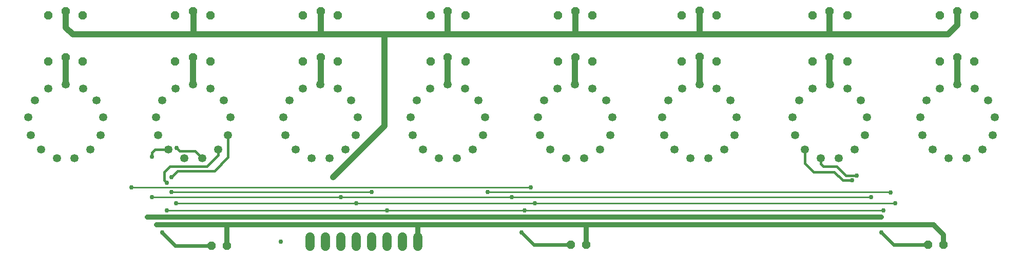
<source format=gbr>
G04 EAGLE Gerber RS-274X export*
G75*
%MOMM*%
%FSLAX34Y34*%
%LPD*%
%INBottom Copper*%
%IPPOS*%
%AMOC8*
5,1,8,0,0,1.08239X$1,22.5*%
G01*
%ADD10P,1.429621X8X22.500000*%
%ADD11C,1.524000*%
%ADD12C,1.348000*%
%ADD13P,1.429621X8X112.500000*%
%ADD14C,0.756400*%
%ADD15C,0.609600*%
%ADD16C,0.812800*%
%ADD17C,0.254000*%
%ADD18C,1.016000*%
%ADD19C,0.406400*%


D10*
X342900Y19050D03*
X368300Y19050D03*
X935990Y20320D03*
X961390Y20320D03*
X1525270Y20320D03*
X1550670Y20320D03*
D11*
X683260Y17780D02*
X683260Y33020D01*
X657860Y33020D02*
X657860Y17780D01*
X632460Y17780D02*
X632460Y33020D01*
X607060Y33020D02*
X607060Y17780D01*
X581660Y17780D02*
X581660Y33020D01*
X556260Y33020D02*
X556260Y17780D01*
X530860Y17780D02*
X530860Y33020D01*
X505460Y33020D02*
X505460Y17780D01*
D12*
X102616Y285673D03*
X73850Y278583D03*
X51674Y258937D03*
X41168Y231235D03*
X44739Y201824D03*
X61569Y177442D03*
X87803Y163673D03*
X117429Y163673D03*
X143663Y177442D03*
X160493Y201824D03*
X164064Y231235D03*
X153558Y258937D03*
X131382Y278583D03*
X312674Y285673D03*
X283908Y278583D03*
X261732Y258937D03*
X251226Y231235D03*
X254797Y201824D03*
X271627Y177442D03*
X297861Y163673D03*
X327487Y163673D03*
X353721Y177442D03*
X370551Y201824D03*
X374122Y231235D03*
X363616Y258937D03*
X341440Y278583D03*
X522732Y285673D03*
X493966Y278583D03*
X471790Y258937D03*
X461284Y231235D03*
X464855Y201824D03*
X481685Y177442D03*
X507919Y163673D03*
X537545Y163673D03*
X563779Y177442D03*
X580609Y201824D03*
X584180Y231235D03*
X573674Y258937D03*
X551498Y278583D03*
X732790Y285673D03*
X704024Y278583D03*
X681848Y258937D03*
X671342Y231235D03*
X674913Y201824D03*
X691743Y177442D03*
X717977Y163673D03*
X747603Y163673D03*
X773837Y177442D03*
X790667Y201824D03*
X794238Y231235D03*
X783732Y258937D03*
X761556Y278583D03*
X942848Y285673D03*
X914082Y278583D03*
X891906Y258937D03*
X881400Y231235D03*
X884971Y201824D03*
X901801Y177442D03*
X928035Y163673D03*
X957661Y163673D03*
X983895Y177442D03*
X1000725Y201824D03*
X1004296Y231235D03*
X993790Y258937D03*
X971614Y278583D03*
X1147826Y285673D03*
X1119060Y278583D03*
X1096884Y258937D03*
X1086378Y231235D03*
X1089949Y201824D03*
X1106779Y177442D03*
X1133013Y163673D03*
X1162639Y163673D03*
X1188873Y177442D03*
X1205703Y201824D03*
X1209274Y231235D03*
X1198768Y258937D03*
X1176592Y278583D03*
X1363218Y285673D03*
X1334452Y278583D03*
X1312276Y258937D03*
X1301770Y231235D03*
X1305341Y201824D03*
X1322171Y177442D03*
X1348405Y163673D03*
X1378031Y163673D03*
X1404265Y177442D03*
X1421095Y201824D03*
X1424666Y231235D03*
X1414160Y258937D03*
X1391984Y278583D03*
X1573530Y285673D03*
X1544764Y278583D03*
X1522588Y258937D03*
X1512082Y231235D03*
X1515653Y201824D03*
X1532483Y177442D03*
X1558717Y163673D03*
X1588343Y163673D03*
X1614577Y177442D03*
X1631407Y201824D03*
X1634978Y231235D03*
X1624472Y258937D03*
X1602296Y278583D03*
D13*
X102870Y330200D03*
X102870Y406400D03*
X130810Y323850D03*
X130810Y400050D03*
X283210Y323850D03*
X283210Y400050D03*
X341630Y323850D03*
X341630Y400050D03*
X494030Y323850D03*
X494030Y400050D03*
X551180Y323850D03*
X551180Y400050D03*
X704850Y323850D03*
X704850Y400050D03*
X762000Y323850D03*
X762000Y400050D03*
X914400Y323850D03*
X914400Y400050D03*
X971550Y323850D03*
X971550Y400050D03*
X1118870Y323850D03*
X1118870Y400050D03*
X312420Y330200D03*
X312420Y406400D03*
X1176020Y323850D03*
X1176020Y400050D03*
X1334770Y323850D03*
X1334770Y400050D03*
X1391920Y323850D03*
X1391920Y400050D03*
X1544320Y323850D03*
X1544320Y400050D03*
X1601470Y323850D03*
X1601470Y400050D03*
X523240Y330200D03*
X523240Y406400D03*
X732790Y330200D03*
X732790Y406400D03*
X943610Y330200D03*
X943610Y406400D03*
X1148080Y331470D03*
X1148080Y407670D03*
X1362710Y330200D03*
X1362710Y406400D03*
X1573530Y330200D03*
X1573530Y406400D03*
X73660Y323850D03*
X73660Y400050D03*
D14*
X252730Y53340D03*
X1438910Y53340D03*
X845820Y53340D03*
D15*
X683260Y25400D02*
X682722Y25400D01*
D16*
X368300Y19050D02*
X368300Y53340D01*
X683260Y53340D01*
X683260Y25938D01*
X682722Y25400D01*
X683260Y53340D02*
X845820Y53340D01*
X961390Y53340D01*
X961390Y20320D01*
X961390Y53340D02*
X1438910Y53340D01*
X1534160Y53340D01*
X1550670Y36830D02*
X1550670Y20320D01*
X1550670Y36830D02*
X1534160Y53340D01*
X368300Y53340D02*
X252730Y53340D01*
D15*
X283210Y19050D02*
X342900Y19050D01*
X283210Y19050D02*
X261620Y40640D01*
D14*
X261620Y40640D03*
D15*
X875030Y20320D02*
X935990Y20320D01*
X875030Y20320D02*
X854710Y40640D01*
D14*
X854710Y40640D03*
D15*
X1468120Y20320D02*
X1525270Y20320D01*
X1468120Y20320D02*
X1447800Y40640D01*
D14*
X1447800Y40640D03*
X261620Y66040D03*
D16*
X657860Y66040D01*
D14*
X1447800Y66040D03*
D16*
X829310Y66040D02*
X657860Y66040D01*
X829310Y66040D02*
X854710Y66040D01*
X1422400Y66040D01*
X1447800Y66040D01*
D14*
X854710Y66040D03*
X237490Y66040D03*
D16*
X261620Y66040D01*
D14*
X657860Y66040D03*
X829310Y66040D03*
X1422400Y66040D03*
X269240Y77470D03*
D17*
X632460Y77470D01*
D14*
X1451610Y77470D03*
D17*
X859790Y77470D02*
X632460Y77470D01*
X859790Y77470D02*
X1451610Y77470D01*
D14*
X859790Y77470D03*
X632460Y77470D03*
X276860Y107950D03*
D17*
X607060Y107950D01*
D14*
X607060Y107950D03*
X284480Y88900D03*
D17*
X581660Y88900D01*
D14*
X1470660Y88900D03*
D17*
X876300Y88900D02*
X581660Y88900D01*
X876300Y88900D02*
X1470660Y88900D01*
D14*
X876300Y88900D03*
X581660Y88900D03*
X245110Y99060D03*
D17*
X556260Y99060D01*
D14*
X1431290Y99060D03*
D17*
X838200Y99060D02*
X556260Y99060D01*
X838200Y99060D02*
X1431290Y99060D01*
D14*
X838200Y99060D03*
X556260Y99060D03*
X543560Y132080D03*
D18*
X628650Y217170D01*
X628650Y368300D01*
X523240Y368300D01*
X523240Y406400D01*
X1558290Y368300D02*
X1573530Y383540D01*
X1573530Y406400D01*
X732790Y368300D02*
X628650Y368300D01*
X732790Y368300D02*
X944880Y368300D01*
X1150620Y368300D01*
X1362710Y368300D01*
X1558290Y368300D01*
X1362710Y368300D02*
X1362710Y406400D01*
X1148080Y407670D02*
X1148080Y370840D01*
X1150620Y368300D01*
X943610Y369570D02*
X943610Y406400D01*
X943610Y369570D02*
X944880Y368300D01*
X732790Y368300D02*
X732790Y406400D01*
X114300Y368300D02*
X102870Y379730D01*
X102870Y406400D01*
X313690Y368300D02*
X523240Y368300D01*
X313690Y368300D02*
X114300Y368300D01*
X312420Y406400D02*
X313690Y405130D01*
X313690Y368300D01*
D14*
X457200Y25400D03*
X210820Y115570D03*
D17*
X869950Y115570D01*
D14*
X869950Y115570D03*
X798830Y107950D03*
D17*
X1461770Y107950D01*
X1463040Y106680D01*
D14*
X1463040Y106680D03*
D18*
X102870Y330200D02*
X102616Y329946D01*
X102616Y285673D01*
X312420Y285927D02*
X312420Y330200D01*
X312420Y285927D02*
X312674Y285673D01*
D14*
X245110Y166370D03*
D19*
X245110Y172720D01*
X249832Y177442D01*
X271627Y177442D01*
D14*
X285750Y180340D03*
D19*
X290830Y175260D01*
X315900Y175260D02*
X327487Y163673D01*
X315900Y175260D02*
X290830Y175260D01*
D14*
X269240Y123190D03*
D19*
X265430Y127000D01*
X265430Y140970D01*
X274320Y149860D01*
X335280Y149860D01*
X353721Y168301D01*
X353721Y177442D01*
D14*
X276860Y132080D03*
D19*
X287020Y142240D01*
X347980Y142240D01*
X370551Y164811D01*
X370551Y201824D01*
D18*
X523240Y286181D02*
X523240Y330200D01*
X523240Y286181D02*
X522732Y285673D01*
X732790Y285673D02*
X732790Y330200D01*
X942848Y329438D02*
X943610Y330200D01*
X942848Y329438D02*
X942848Y285673D01*
X1147826Y331216D02*
X1148080Y331470D01*
X1147826Y331216D02*
X1147826Y285673D01*
X1362710Y286181D02*
X1362710Y330200D01*
X1362710Y286181D02*
X1363218Y285673D01*
X1573530Y285673D02*
X1573530Y330200D01*
D14*
X1399540Y127000D03*
D19*
X1384300Y127000D01*
X1370330Y140970D02*
X1336040Y140970D01*
X1322171Y154839D01*
X1322171Y177442D01*
X1370330Y140970D02*
X1384300Y127000D01*
D14*
X1407160Y134620D03*
D19*
X1389380Y134620D01*
X1348405Y154005D02*
X1348405Y163673D01*
X1374140Y149860D02*
X1389380Y134620D01*
X1374140Y149860D02*
X1352550Y149860D01*
X1348405Y154005D01*
M02*

</source>
